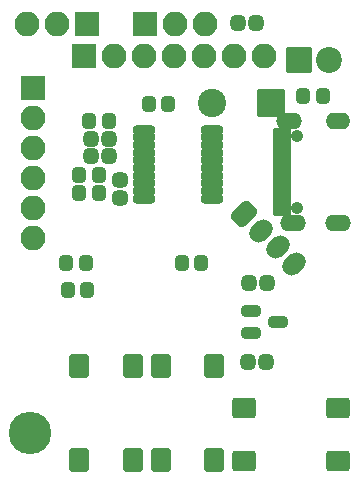
<source format=gbr>
G04 #@! TF.GenerationSoftware,KiCad,Pcbnew,7.0.8-7.0.8~ubuntu22.04.1*
G04 #@! TF.CreationDate,2024-07-29T11:47:05+09:00*
G04 #@! TF.ProjectId,FreqCounter3203,46726571-436f-4756-9e74-657233323033,rev?*
G04 #@! TF.SameCoordinates,Original*
G04 #@! TF.FileFunction,Soldermask,Top*
G04 #@! TF.FilePolarity,Negative*
%FSLAX46Y46*%
G04 Gerber Fmt 4.6, Leading zero omitted, Abs format (unit mm)*
G04 Created by KiCad (PCBNEW 7.0.8-7.0.8~ubuntu22.04.1) date 2024-07-29 11:47:05*
%MOMM*%
%LPD*%
G01*
G04 APERTURE LIST*
G04 Aperture macros list*
%AMRoundRect*
0 Rectangle with rounded corners*
0 $1 Rounding radius*
0 $2 $3 $4 $5 $6 $7 $8 $9 X,Y pos of 4 corners*
0 Add a 4 corners polygon primitive as box body*
4,1,4,$2,$3,$4,$5,$6,$7,$8,$9,$2,$3,0*
0 Add four circle primitives for the rounded corners*
1,1,$1+$1,$2,$3*
1,1,$1+$1,$4,$5*
1,1,$1+$1,$6,$7*
1,1,$1+$1,$8,$9*
0 Add four rect primitives between the rounded corners*
20,1,$1+$1,$2,$3,$4,$5,0*
20,1,$1+$1,$4,$5,$6,$7,0*
20,1,$1+$1,$6,$7,$8,$9,0*
20,1,$1+$1,$8,$9,$2,$3,0*%
%AMHorizOval*
0 Thick line with rounded ends*
0 $1 width*
0 $2 $3 position (X,Y) of the first rounded end (center of the circle)*
0 $4 $5 position (X,Y) of the second rounded end (center of the circle)*
0 Add line between two ends*
20,1,$1,$2,$3,$4,$5,0*
0 Add two circle primitives to create the rounded ends*
1,1,$1,$2,$3*
1,1,$1,$4,$5*%
G04 Aperture macros list end*
%ADD10RoundRect,0.400000X-0.200000X-0.275000X0.200000X-0.275000X0.200000X0.275000X-0.200000X0.275000X0*%
%ADD11C,3.600000*%
%ADD12RoundRect,0.200000X-0.900000X-0.900000X0.900000X-0.900000X0.900000X0.900000X-0.900000X0.900000X0*%
%ADD13C,2.200000*%
%ADD14RoundRect,0.400000X0.200000X0.275000X-0.200000X0.275000X-0.200000X-0.275000X0.200000X-0.275000X0*%
%ADD15RoundRect,0.425000X-0.225000X-0.250000X0.225000X-0.250000X0.225000X0.250000X-0.225000X0.250000X0*%
%ADD16RoundRect,0.200000X0.850000X-0.850000X0.850000X0.850000X-0.850000X0.850000X-0.850000X-0.850000X0*%
%ADD17O,2.100000X2.100000*%
%ADD18RoundRect,0.200000X-0.650000X0.775000X-0.650000X-0.775000X0.650000X-0.775000X0.650000X0.775000X0*%
%ADD19RoundRect,0.425000X0.250000X-0.225000X0.250000X0.225000X-0.250000X0.225000X-0.250000X-0.225000X0*%
%ADD20RoundRect,0.350000X-0.512500X-0.150000X0.512500X-0.150000X0.512500X0.150000X-0.512500X0.150000X0*%
%ADD21RoundRect,0.200000X0.650000X-0.775000X0.650000X0.775000X-0.650000X0.775000X-0.650000X-0.775000X0*%
%ADD22RoundRect,0.200000X-0.850000X0.850000X-0.850000X-0.850000X0.850000X-0.850000X0.850000X0.850000X0*%
%ADD23RoundRect,0.200000X0.775000X0.650000X-0.775000X0.650000X-0.775000X-0.650000X0.775000X-0.650000X0*%
%ADD24RoundRect,0.300000X-0.637500X-0.100000X0.637500X-0.100000X0.637500X0.100000X-0.637500X0.100000X0*%
%ADD25C,1.050000*%
%ADD26RoundRect,0.200000X0.570000X-0.150000X0.570000X0.150000X-0.570000X0.150000X-0.570000X-0.150000X0*%
%ADD27O,2.200000X1.400000*%
%ADD28O,2.100000X1.400000*%
%ADD29RoundRect,0.200000X0.850000X0.850000X-0.850000X0.850000X-0.850000X-0.850000X0.850000X-0.850000X0*%
%ADD30RoundRect,0.200000X1.000000X1.000000X-1.000000X1.000000X-1.000000X-1.000000X1.000000X-1.000000X0*%
%ADD31C,2.400000*%
%ADD32RoundRect,0.450000X-0.689429X-0.194454X-0.194454X-0.689429X0.689429X0.194454X0.194454X0.689429X0*%
%ADD33HorizOval,1.600000X-0.194454X-0.194454X0.194454X0.194454X0*%
G04 APERTURE END LIST*
D10*
X133885600Y-59494800D03*
X135535600Y-59494800D03*
D11*
X130785600Y-73844800D03*
D12*
X153545600Y-42244800D03*
D13*
X156085600Y-42244800D03*
D14*
X136635600Y-52044800D03*
X134985600Y-52044800D03*
D15*
X149235600Y-67844800D03*
X150785600Y-67844800D03*
X135935600Y-48944800D03*
X137485600Y-48944800D03*
X148385600Y-39144800D03*
X149935600Y-39144800D03*
D16*
X140545600Y-39244800D03*
D17*
X143085600Y-39244800D03*
X145625600Y-39244800D03*
D14*
X137485600Y-47444800D03*
X135835600Y-47444800D03*
D18*
X146385600Y-68194800D03*
X146385600Y-76144800D03*
X141885600Y-68194800D03*
X141885600Y-76144800D03*
D15*
X135935600Y-50444800D03*
X137485600Y-50444800D03*
D19*
X138385600Y-53994800D03*
X138385600Y-52444800D03*
D20*
X149510600Y-63494800D03*
X149510600Y-65394800D03*
X151785600Y-64444800D03*
D10*
X133985600Y-61794800D03*
X135635600Y-61794800D03*
D21*
X134985600Y-76144800D03*
X134985600Y-68194800D03*
X139485600Y-76144800D03*
X139485600Y-68194800D03*
D15*
X149335600Y-61144800D03*
X150885600Y-61144800D03*
D22*
X135625600Y-39244800D03*
D17*
X133085600Y-39244800D03*
X130545600Y-39244800D03*
D14*
X145310600Y-59444800D03*
X143660600Y-59444800D03*
D23*
X156860600Y-76244800D03*
X148910600Y-76244800D03*
X156860600Y-71744800D03*
X148910600Y-71744800D03*
D14*
X142485600Y-46044800D03*
X140835600Y-46044800D03*
D10*
X153935600Y-45344800D03*
X155585600Y-45344800D03*
D24*
X140473100Y-48169800D03*
X140473100Y-48819800D03*
X140473100Y-49469800D03*
X140473100Y-50119800D03*
X140473100Y-50769800D03*
X140473100Y-51419800D03*
X140473100Y-52069800D03*
X140473100Y-52719800D03*
X140473100Y-53369800D03*
X140473100Y-54019800D03*
X146198100Y-54019800D03*
X146198100Y-53369800D03*
X146198100Y-52719800D03*
X146198100Y-52069800D03*
X146198100Y-51419800D03*
X146198100Y-50769800D03*
X146198100Y-50119800D03*
X146198100Y-49469800D03*
X146198100Y-48819800D03*
X146198100Y-48169800D03*
D14*
X136635600Y-53544800D03*
X134985600Y-53544800D03*
D25*
X153395600Y-54844800D03*
X153395600Y-48684800D03*
D26*
X152135600Y-55114800D03*
X152135600Y-54314800D03*
X152135600Y-53014800D03*
X152135600Y-52014800D03*
X152135600Y-51514800D03*
X152135600Y-50514800D03*
X152135600Y-49214800D03*
X152135600Y-48414800D03*
X152135600Y-48714800D03*
X152135600Y-49514800D03*
X152135600Y-50014800D03*
X152135600Y-51014800D03*
X152135600Y-52514800D03*
X152135600Y-53514800D03*
X152135600Y-54014800D03*
X152135600Y-54814800D03*
D27*
X153085600Y-56084800D03*
X156885600Y-56084800D03*
X152705600Y-47444800D03*
D28*
X156885600Y-47444800D03*
D16*
X135345600Y-41944800D03*
D17*
X137885600Y-41944800D03*
X140425600Y-41944800D03*
X142965600Y-41944800D03*
X145505600Y-41944800D03*
X148045600Y-41944800D03*
X150585600Y-41944800D03*
D29*
X131085600Y-44624800D03*
D17*
X131085600Y-47164800D03*
X131085600Y-49704800D03*
X131085600Y-52244800D03*
X131085600Y-54784800D03*
X131085600Y-57324800D03*
D30*
X151235600Y-45944800D03*
D31*
X146235600Y-45944800D03*
D32*
X148942959Y-55302159D03*
D33*
X150357173Y-56716373D03*
X151771386Y-58130586D03*
X153185600Y-59544800D03*
M02*

</source>
